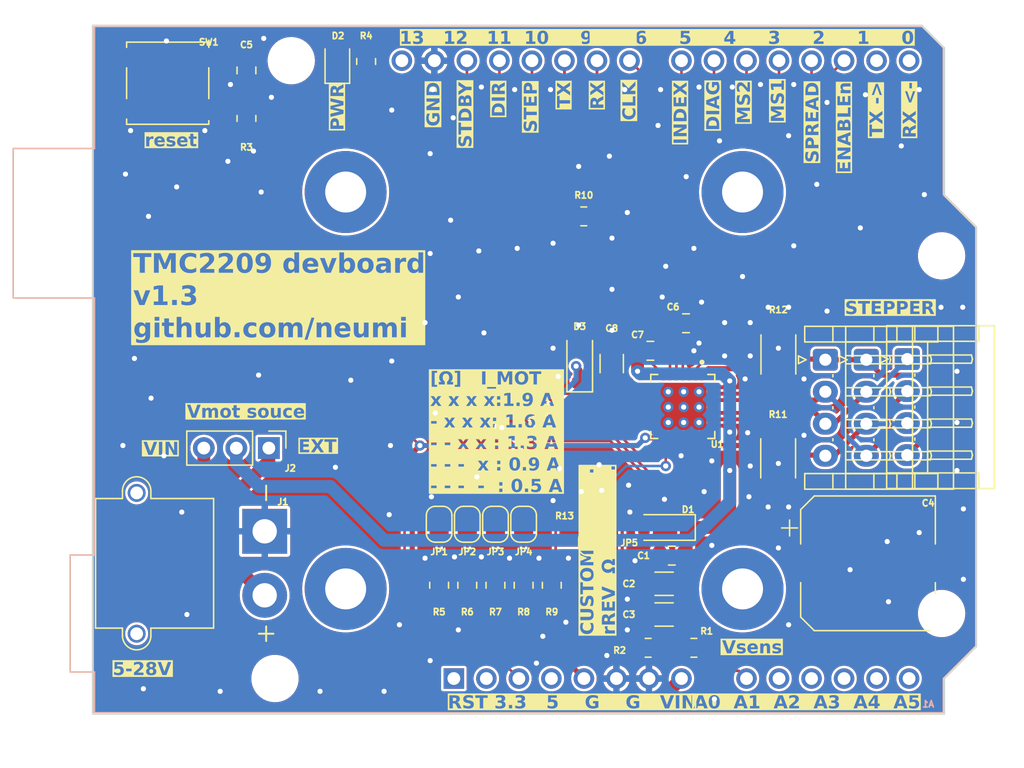
<source format=kicad_pcb>
(kicad_pcb (version 20221018) (generator pcbnew)
  (layers (0 "F.Cu" signal) (31 "B.Cu" signal) (34 "B.Paste" user) (35 "F.Paste" user) (36 "B.SilkS" user "B.Silkscreen") (37 "F.SilkS" user "F.Silkscreen") (38 "B.Mask" user) (39 "F.Mask" user) (44 "Edge.Cuts" user))
  (net 0 "")
  (net 3 "rst")
  (net 4 "+3V3")
  (net 5 "+5V")
  (net 6 "GND")
  (net 7 "Net-(A1-VIN)")
  (net 8 "MOT_INDEX")
  (net 16 "MOT_DIR")
  (net 17 "MOT_STEP")
  (net 18 "MOT_STANDBY")
  (net 19 "MOT_CLK")
  (net 20 "MOT_SPREAD")
  (net 21 "MOT_MS1")
  (net 22 "MOT_MS2")
  (net 23 "MOT_DIAG")
  (net 24 "MOT_ENABLE")
  (net 26 "Vdrive")
  (net 27 "+28V")
  (net 28 "Net-(U1-CPO)")
  (net 29 "Net-(JP1-A)")
  (net 30 "Net-(JP1-B)")
  (net 31 "Net-(JP2-B)")
  (net 32 "Net-(JP3-B)")
  (net 33 "Net-(JP4-B)")
  (net 34 "Net-(JP5-A)")
  (net 35 "MOT_UART_TX")
  (net 36 "MOT_UART_RX")
  (net 37 "Net-(U1-CPI)")
  (net 38 "Net-(U1-VCP)")
  (net 39 "voltage_detect")
  (net 40 "Net-(D3-K)")
  (net 41 "Net-(D2-A)")
  (net 42 "Net-(U1-BRA)")
  (net 43 "Net-(U1-BRB)")
  (net 44 "unconnected-(U1-EXP-Pad29)")
  (net 46 "OA1")
  (net 47 "OB1")
  (net 48 "OA2")
  (net 49 "OB2")
  (footprint "Resistor_SMD:R_0805_2012Metric" (layer "F.Cu") (at 63.6 24.8 90)
    (fp_text reference "R4")
    (fp_text value "R330" hide)
  )
  (footprint "Capacitor_SMD:C_0805_2012Metric" (layer "F.Cu") (at 87.475 63.4)
    (fp_text reference "C1")
    (fp_text value "C100nF" hide)
  )
  (footprint "Resistor_SMD:R_0805_2012Metric" (layer "F.Cu") (at 69.3 65.7125 90)
    (fp_text reference "R5")
    (fp_text value "R33k" hide)
  )
  (footprint "Resistor_SMD:R_0805_2012Metric" (layer "F.Cu") (at 89.2 70.6 180)
    (fp_text reference "R1")
    (fp_text value "R10k" hide)
  )
  (footprint "Jumper:SolderJumper-2_P1.3mm_Open_RoundedPad1.0x1.5mm" (layer "F.Cu") (at 71.5 60.95 -90)
    (fp_text reference "JP2")
    (fp_text value "Jumper" hide)
  )
  (footprint "Button_Switch_SMD:SW_Push_1P1T_NO_CK_KSC6xxJ" (layer "F.Cu") (at 48.1 26.5)
    (fp_text reference "SW1")
    (fp_text value "SW_Push" hide)
  )
  (footprint "Capacitor_SMD:CP_Elec_10x10" (layer "F.Cu") (at 102.8 64)
    (fp_text reference "C4")
    (fp_text value "C_330uF" hide)
  )
  (footprint "Jumper:SolderJumper-2_P1.3mm_Bridged_RoundedPad1.0x1.5mm" (layer "F.Cu") (at 81.6 62.4 180)
    (fp_text reference "JP5")
    (fp_text value "SolderJumper_2_Bridged" hide)
  )
  (footprint "Jumper:SolderJumper-2_P1.3mm_Open_RoundedPad1.0x1.5mm" (layer "F.Cu") (at 69.3 60.95 -90)
    (fp_text reference "JP1")
    (fp_text value "Jumper" hide)
  )
  (footprint "Connector_PinHeader_2.54mm:PinHeader_1x03_P2.54mm_Vertical" (layer "F.Cu") (at 56 55 -90)
    (fp_text reference "J2")
    (fp_text value "Conn_01x03_Pin" hide)
  )
  (footprint "MountingHole:MountingHole_3.2mm_M3_Pad" (layer "F.Cu") (at 62 35)
    (fp_text reference "H1" hide)
    (fp_text value "MountingHole" hide)
  )
  (footprint "Resistor_SMD:R_0805_2012Metric" (layer "F.Cu") (at 78.1 65.7125 90)
    (fp_text reference "R9")
    (fp_text value "R33k" hide)
  )
  (footprint "Diode_SMD:D_SOD-123" (layer "F.Cu") (at 86.95 61.2 180)
    (fp_text reference "D1")
    (fp_text value "D_TVS_30V" hide)
  )
  (footprint "Resistor_SMD:R_0805_2012Metric" (layer "F.Cu") (at 81.7 60.2 180)
    (fp_text reference "R13")
    (fp_text value "R33k" hide)
  )
  (footprint "Resistor_SMD:R_0805_2012Metric" (layer "F.Cu") (at 54.25 29.25 90)
    (fp_text reference "R3")
    (fp_text value "R10k" hide)
  )
  (footprint "Capacitor_SMD:C_0805_2012Metric" (layer "F.Cu") (at 54.25 25.5 90)
    (fp_text reference "C5")
    (fp_text value "C100nF" hide)
  )
  (footprint "MountingHole:MountingHole_3.2mm_M3_Pad" (layer "F.Cu") (at 62 66)
    (fp_text reference "H4" hide)
    (fp_text value "MountingHole" hide)
  )
  (footprint "Capacitor_SMD:C_1206_3216Metric" (layer "F.Cu") (at 82.7825 48.4 90)
    (fp_text reference "C8")
    (fp_text value "C2.2-4.7uF ceramic" hide)
  )
  (footprint "Jumper:SolderJumper-2_P1.3mm_Open_RoundedPad1.0x1.5mm" (layer "F.Cu") (at 73.7 60.95 -90)
    (fp_text reference "JP3")
    (fp_text value "Jumper" hide)
  )
  (footprint "MountingHole:MountingHole_3.2mm_M3_Pad" (layer "F.Cu") (at 93 66)
    (fp_text reference "H3" hide)
    (fp_text value "MountingHole" hide)
  )
  (footprint "Resistor_SMD:R_0805_2012Metric" (layer "F.Cu") (at 80.6 36.9)
    (fp_text reference "R10")
    (fp_text value "R1k" hide)
  )
  (footprint "Capacitor_SMD:C_1206_3216Metric" (layer "F.Cu") (at 86.875 68 180)
    (fp_text reference "C3")
    (fp_text value "C4.7uF" hide)
  )
  (footprint "Connector_JST:JST_EH_S4B-EH_1x04_P2.50mm_Horizontal" (layer "F.Cu") (at 99.4675 48.1 -90)
    (fp_text reference "J5" hide)
    (fp_text value "motor_conn" hide)
  )
  (footprint "Resistor_SMD:R_2010_5025Metric" (layer "F.Cu") (at 95.8 47.6875 -90)
    (fp_text reference "R12")
    (fp_text value "R100mOHM" hide)
  )
  (footprint "Resistor_SMD:R_0805_2012Metric" (layer "F.Cu") (at 73.7 65.7125 90)
    (fp_text reference "R7")
    (fp_text value "R33k" hide)
  )
  (footprint "Resistor_SMD:R_0805_2012Metric" (layer "F.Cu") (at 71.5 65.7125 90)
    (fp_text reference "R6")
    (fp_text value "R33k" hide)
  )
  (footprint "Capacitor_SMD:C_0805_2012Metric" (layer "F.Cu") (at 88.5825 45.25)
    (fp_text reference "C6")
    (fp_text value "C22nF 50V" hide)
  )
  (footprint "components:QFN50P500X500X90-29N" (layer "F.Cu") (at 88.3325 51.75 -90)
    (fp_text reference "U1")
    (fp_text value "TMC2209-LA" hide)
  )
  (footprint "Capacitor_SMD:C_1206_3216Metric" (layer "F.Cu") (at 86.875 65.6 180)
    (fp_text reference "C2")
    (fp_text value "C10uF" hide)
  )
  (footprint "Capacitor_SMD:C_0805_2012Metric" (layer "F.Cu") (at 85.8 47.4 180)
    (fp_text reference "C7")
    (fp_text value "C100nF" hide)
  )
  (footprint "Connector_AMASS:AMASS_XT30PW-M_1x02_P2.50mm_Horizontal" (layer "F.Cu") (at 55.675 61.5 90)
    (fp_text reference "J1")
    (fp_text value "Conn_01x02_Male" hide)
  )
  (footprint "LED_SMD:LED_0805_2012Metric" (layer "F.Cu") (at 61.35 24.825 90)
    (fp_text reference "D2")
    (fp_text value "LED" hide)
  )
  (footprint "Resistor_SMD:R_0805_2012Metric" (layer "F.Cu") (at 75.9 65.7125 90)
    (fp_text reference "R8")
    (fp_text value "R33k" hide)
  )
  (footprint "Jumper:SolderJumper-2_P1.3mm_Open_RoundedPad1.0x1.5mm" (layer "F.Cu") (at 75.9 60.95 -90)
    (fp_text reference "JP4")
    (fp_text value "Jumper" hide)
  )
  (footprint "Connector_JST:JST_EH_S4B-EH_1x04_P2.50mm_Horizontal" (layer "F.Cu") (at 105.8675 48.05 -90)
    (fp_text reference "J4" hide)
    (fp_text value "motor_conn" hide)
  )
  (footprint "MountingHole:MountingHole_3.2mm_M3_Pad" (layer "F.Cu") (at 93 35)
    (fp_text reference "H2" hide)
    (fp_text value "MountingHole" hide)
  )
  (footprint "Diode_SMD:D_SOD-123" (layer "F.Cu") (at 80.2825 48.25 90)
    (fp_text reference "D3")
    (fp_text value "D_TVS_5V" hide)
  )
  (footprint "Resistor_SMD:R_0805_2012Metric" (layer "F.Cu") (at 85.625 70.6 180)
    (fp_text reference "R2")
    (fp_text value "R2k" hide)
  )
  (footprint "Resistor_SMD:R_2010_5025Metric" (layer "F.Cu") (at 95.7825 55.8 90)
    (fp_text reference "R11")
    (fp_text value "R100mOHM" hide)
  )
  (footprint "Connector_JST:JST_EH_S4B-EH_1x04_P2.50mm_Horizontal" (layer "F.Cu") (at 102.6675 48.1 -90)
    (fp_text reference "J6" hide)
    (fp_text value "motor_conn" hide)
  )
  (footprint "Module:Arduino_UNO_R2_WithMountingHoles" (layer "B.Cu") (at 70.45 73)
    (fp_text reference "A1")
    (fp_text value "Arduino_UNO_R2" hide)
  )
  (gr_line (start 108.75 35.25) (end 111.25 37.75) (stroke (width 0.15)) (layer "Edge.Cuts"))
  (gr_line (start 111.25 37.75) (end 111.25 70.5) (stroke (width 0.15)) (layer "Edge.Cuts"))
  (gr_line (start 111.25 70.5) (end 108.75 73) (stroke (width 0.15)) (layer "Edge.Cuts"))
  (gr_line (start 108.75 73) (end 108.75 75.75) (stroke (width 0.15)) (layer "Edge.Cuts"))
  (gr_line (start 42.25 22) (end 42.25 75.75) (stroke (width 0.15)) (layer "Edge.Cuts"))
  (gr_line (start 108.75 75.75) (end 42.25 75.75) (stroke (width 0.15)) (layer "Edge.Cuts"))
  (gr_line (start 108.75 23.75) (end 108.75 35.25) (stroke (width 0.15)) (layer "Edge.Cuts"))
  (gr_line (start 42.25 22) (end 107 22) (stroke (width 0.15)) (layer "Edge.Cuts"))
  (gr_line (start 107 22) (end 108.75 23.75) (stroke (width 0.15)) (layer "Edge.Cuts"))
  (gr_text "STEP" (at 77.1 26.4 90) (layer "F.SilkS" knockout) (effects (font (size 1 1) (thickness 0.25) bold) (justify right bottom)))
  (gr_text "13   12   11  10     9     8" (at 84.7 23.6) (layer "F.SilkS" knockout) (effects (font (size 1 1) (thickness 0.25) bold) (justify right bottom)))
  (gr_text "Vmot souce" (at 49.6 52.8) (layer "F.SilkS" knockout) (effects (font (size 1 1) (thickness 0.25) bold) (justify left bottom)))
  (gr_text "ENABLEn" (at 101.6 26.4 90) (layer "F.SilkS" knockout) (effects (font (size 1 1) (thickness 0.25) bold) (justify right bottom)))
  (gr_text "RX" (at 82.3 26.4 90) (layer "F.SilkS" knockout) (effects (font (size 1 1) (thickness 0.25) bold) (justify right bottom)))
  (gr_text "TX ->" (at 104.1 26.4 90) (layer "F.SilkS" knockout) (effects (font (size 1 1) (thickness 0.25) bold) (justify right bottom)))
  (gr_text "STDBY" (at 72 26.4 90) (layer "F.SilkS" knockout) (effects (font (size 1 1) (thickness 0.25) bold) (justify right bottom)))
  (gr_text "TX" (at 79.7 26.4 90) (layer "F.SilkS" knockout) (effects (font (size 1 1) (thickness 0.25) bold) (justify right bottom)))
  (gr_text "5-28V" (at 43.8 72.9) (layer "F.SilkS" knockout) (effects (font (size 1 1) (thickness 0.25) bold) (justify left bottom)))
  (gr_text "reset" (at 46.3 31.6) (layer "F.SilkS" knockout) (effects (font (size 1 1) (thickness 0.25) bold) (justify left bottom)))
  (gr_text "Vsens" (at 91.4 71.2) (layer "F.SilkS" knockout) (effects (font (size 1 1) (thickness 0.25) bold) (justify left bottom)))
  (gr_text "GND" (at 69.5 26.4 90) (layer "F.SilkS" knockout) (effects (font (size 1 1) (thickness 0.25) bold) (justify right bottom)))
  (gr_text "MS2" (at 93.75 26.3 90) (layer "F.SilkS" knockout) (effects (font (size 1 1) (thickness 0.25) bold) (justify right bottom)))
  (gr_text "CLK" (at 84.8 26.4 90) (layer "F.SilkS" knockout) (effects (font (size 1 1) (thickness 0.25) bold) (justify right bottom)))
  (gr_text "RX <-" (at 106.7 26.4 90) (layer "F.SilkS" knockout) (effects (font (size 1 1) (thickness 0.25) bold) (justify right bottom)))
  (gr_text "INDEX" (at 88.8 26.4 90) (layer "F.SilkS" knockout) (effects (font (size 1 1) (thickness 0.25) bold) (justify right bottom)))
  (gr_text "[Ω]   I_MOT \nx x x x:1.9 A\n- x x x: 1.6 A\n- - x x : 1.3 A\n- - -  x : 0.9 A\n- - -  -  : 0.5 A" (at 68.6 58.6) (layer "F.SilkS" knockout) (effects (font (size 1 1) (thickness 0.25) bold) (justify left bottom)))
  (gr_text "DIR" (at 74.6 26.4 90) (layer "F.SilkS" knockout) (effects (font (size 1 1) (thickness 0.25) bold) (justify right bottom)))
  (gr_text "DIAG" (at 91.35 26.3 90) (layer "F.SilkS" knockout) (effects (font (size 1 1) (thickness 0.25) bold) (justify right bottom)))
  (gr_text "CUSTOM            .\nrREV  Ω              ." (at 83.2 69.6 90) (layer "F.SilkS" knockout) (effects (font (size 1 1) (thickness 0.25) bold) (justify left bottom)))
  (gr_text "RST 3.3   5    G    G   VIN" (at 89.4 75.5) (layer "F.SilkS" knockout) (effects (font (size 1 1.03) (thickness 0.25) bold) (justify right bottom)))
  (gr_text "MS1" (at 96.4 26.2 90) (layer "F.SilkS" knockout) (effects (font (size 1 1) (thickness 0.25) bold) (justify right bottom)))
  (gr_text "TMC2209 devboard\nv1.3\ngithub.com/neumi" (at 45.4 46.6) (layer "F.SilkS" knockout) (effects (font (size 1.5 1.5) (thickness 0.3) bold) (justify left bottom)))
  (gr_text "SPREAD" (at 99.1 26.4 90) (layer "F.SilkS" knockout) (effects (font (size 1 1) (thickness 0.25) bold) (justify right bottom)))
  (gr_text "VIN" (at 46.2 55.7) (layer "F.SilkS" knockout) (effects (font (size 1 1) (thickness 0.25) bold) (justify left bottom)))
  (gr_text "PWR" (at 62 30.2 90) (layer "F.SilkS" knockout) (effects (font (size 1 1) (thickness 0.25) bold) (justify left bottom)))
  (gr_text "A0  A1  A2  A3  A4  A5" (at 106.9 75.5) (layer "F.SilkS" knockout) (effects (font (size 1 1.03) (thickness 0.25) bold) (justify right bottom)))
  (gr_text "7     6     5     4     3     2     1     0" (at 106.4 23.6) (layer "F.SilkS" knockout) (effects (font (size 1 1.02) (thickness 0.25) bold) (justify right bottom)))
  (gr_text "EXT" (at 58.3 55.5) (layer "F.SilkS" knockout) (effects (font (size 1 1) (thickness 0.25) bold) (justify left bottom)))
  (gr_text "STEPPER" (at 101 44.7) (layer "F.SilkS" knockout) (effects (font (size 1 1) (thickness 0.25) bold) (justify left bottom)))
  (segment (start 53 30.6) (end 53.4 31) (width 0.2) (layer "F.Cu") (net 3))
  (segment (start 55.275 27.3125) (end 54.25 28.3375) (width 0.2) (layer "F.Cu") (net 3))
  (segment (start 73.83 71.3) (end 75.53 73) (width 0.2) (layer "F.Cu") (net 3))
  (segment (start 53 29.5875) (end 53 30.6) (width 0.2) (layer "F.Cu") (net 3))
  (segment (start 53.4 31) (end 55 31) (width 0.2) (layer "F.Cu") (net 3))
  (segment (start 65.1625 30.5625) (end 66.6 32) (width 0.2) (layer "F.Cu") (net 3))
  (segment (start 55 31) (end 55.4375 30.5625) (width 0.2) (layer "F.Cu") (net 3))
  (segment (start 69.68995 71.3) (end 73.83 71.3) (width 0.2) (layer "F.Cu") (net 3))
  (segment (start 66.6 32) (end 66.6 68.21005) (width 0.2) (layer "F.Cu") (net 3))
  (segment (start 54.25 28.3375) (end 53 29.5875) (width 0.2) (layer "F.Cu") (net 3))
  (segment (start 55.4375 30.5625) (end 65.1625 30.5625) (width 0.2) (layer "F.Cu") (net 3))
  (segment (start 66.6 68.21005) (end 69.68995 71.3) (width 0.2) (layer "F.Cu") (net 3))
  (segment (start 55.275 25.575) (end 55.275 27.3125) (width 0.2) (layer "F.Cu") (net 3))
  (segment (start 51 24.5) (end 54.2 24.5) (width 0.2) (layer "F.Cu") (net 3))
  (segment (start 54.2 24.5) (end 54.25 24.55) (width 0.2) (layer "F.Cu") (net 3))
  (segment (start 45.2 24.5) (end 51 24.5) (width 0.2) (layer "F.Cu") (net 3))
  (segment (start 54.25 24.55) (end 55.275 25.575) (width 0.2) (layer "F.Cu") (net 3))
  (segment (start 85.4 54.2) (end 86.7975 54.2) (width 0.4) (layer "F.Cu") (net 5))
  (segment (start 67.2 59.6) (end 67.2 58.9) (width 0.4) (layer "F.Cu") (net 5))
  (segment (start 54.25 30.1625) (end 65.3625 30.1625) (width 0.2) (layer "F.Cu") (net 5))
  (segment (start 65.3625 30.1625) (end 65.9 30.7) (width 0.2) (layer "F.Cu") (net 5))
  (segment (start 67 54) (end 67.8 54.8) (width 0.2) (layer "F.Cu") (net 5))
  (segment (start 63.6 29.8) (end 63.6 25.7125) (width 0.2) (layer "F.Cu") (net 5))
  (segment (start 65.9 30.7) (end 67 31.8) (width 0.2) (layer "F.Cu") (net 5))
  (segment (start 78.41 70.8) (end 70.2 70.8) (width 0.4) (layer "F.Cu") (net 5))
  (segment (start 63.6 30.1) (end 63.6 29.8) (width 0.2) (layer "F.Cu") (net 5))
  (segment (start 65.8 30.6) (end 65.9 30.7) (width 0.2) (layer "F.Cu") (net 5))
  (segment (start 67.2 55.4) (end 67.8 54.8) (width 0.4) (layer "F.Cu") (net 5))
  (segment (start 67.2 59.6) (end 67.2 55.4) (width 0.4) (layer "F.Cu") (net 5))
  (segment (start 54.6875 30.6) (end 54.25 30.1625) (width 0.2) (layer "F.Cu") (net 5))
  (segment (start 80.61 73) (end 78.41 70.8) (width 0.4) (layer "F.Cu") (net 5))
  (segment (start 67.4 55.2) (end 67.8 54.8) (width 0.4) (layer "F.Cu") (net 5))
  (segment (start 67 31.8) (end 67 54) (width 0.2) (layer "F.Cu") (net 5))
  (segment (start 67.2 67.8) (end 67.2 59.6) (width 0.4) (layer "F.Cu") (net 5))
  (segment (start 70.2 70.8) (end 67.2 67.8) (width 0.4) (layer "F.Cu") (net 5))
  (via (at 85.4 54.2) (size 0.8) (drill 0.4) (layers "F.Cu" "B.Cu") (net 5))
  (via (at 67.8 54.8) (size 0.8) (drill 0.4) (layers "F.Cu" "B.Cu") (net 5))
  (segment (start 67.8 54.8) (end 84.8 54.8) (width 0.4) (layer "B.Cu") (net 5))
  (segment (start 84.8 54.8) (end 85.4 54.2) (width 0.4) (layer "B.Cu") (net 5))
  (via (at 109.75 53) (size 0.8) (drill 0.4) (layers "F.Cu" "B.Cu") (net 6))
  (via (at 68.7 58.8) (size 0.8) (drill 0.4) (layers "F.Cu" "B.Cu") (net 6))
  (via (at 60 74) (size 0.8) (drill 0.4) (layers "F.Cu" "B.Cu") (net 6))
  (via (at 97 26.6) (size 0.8) (drill 0.4) (layers "F.Cu" "B.Cu") (net 6))
  (via (at 82.8 42.6) (size 0.8) (drill 0.4) (layers "F.Cu" "B.Cu") (net 6))
  (via (at 109.75 49) (size 0.8) (drill 0.4) (layers "F.Cu" "B.Cu") (net 6))
  (via (at 80.2 33) (size 0.8) (drill 0.4) (layers "F.Cu" "B.Cu") (net 6))
  (via (at 68.6 39.8) (size 0.8) (drill 0.4) (layers "F.Cu" "B.Cu") (net 6))
  (via (at 95.8 62.8) (size 0.8) (drill 0.4) (layers "F.Cu" "B.Cu") (net 6))
  (via (at 86.725 43.2) (size 0.8) (drill 0.4) (layers "F.Cu" "B.Cu") (net 6))
  (via (at 96.6 30.6) (size 0.8) (drill 0.4) (layers "F.Cu" "B.Cu") (net 6))
  (via (at 68.6 32) (size 0.8) (drill 0.4) (layers "F.Cu" "B.Cu") (net 6))
  (via (at 84 36.6) (size 0.8) (drill 0.4) (layers "F.Cu" "B.Cu") (net 6))
  (via (at 72.6 63.5) (size 0.8) (drill 0.4) (layers "F.Cu" "B.Cu") (net 6))
  (via (at 82.4 71.2) (size 0.8) (drill 0.4) (layers "F.Cu" "B.Cu") (net 6))
  (via (at 52.8 32.6) (size 0.8) (drill 0.4) (layers "F.Cu" "B.Cu") (net 6))
  (via (at 47.8 55.6) (size 0.8) (drill 0.4) (layers "F.Cu" "B.Cu") (net 6))
  (via (at 90 58.4) (size 0.8) (drill 0.4) (layers "F.Cu" "B.Cu") (net 6))
  (via (at 97.8 49.6) (size 0.8) (drill 0.4) (layers "F.Cu" "B.Cu") (net 6))
  (via (at 44.6 54.8) (size 0.8) (drill 0.4) (layers "F.Cu" "B.Cu") (net 6))
  (via (at 68.2 63.6) (size 0.8) (drill 0.4) (layers "F.Cu" "B.Cu") (net 6))
  (via (at 75.2 27) (size 0.8) (drill 0.4) (layers "F.Cu" "B.Cu") (net 6))
  (via (at 70.2 37.2) (size 0.8) (drill 0.4) (layers "F.Cu" "B.Cu") (net 6))
  (via (at 93 41.6) (size 0.8) (drill 0.4) (layers "F.Cu" "B.Cu") (net 6))
  (via (at 84.2 60) (size 0.8) (drill 0.4) (layers "F.Cu" "B.Cu") (net 6))
  (via (at 45.2 30.2) (size 0.8) (drill 0.4) (layers "F.Cu" "B.Cu") (net 6))
  (via (at 55.2 49.3) (size 0.8) (drill 0.4) (layers "F.Cu" "B.Cu") (net 6))
  (via (at 45.5 48) (size 0.8) (drill 0.4) (layers "F.Cu" "B.Cu") (net 6))
  (via (at 91.2 31) (size 0.8) (drill 0.4) (layers "F.Cu" "B.Cu") (net 6))
  (via (at 78.2 47.2) (size 0.8) (drill 0.4) (layers "F.Cu" "B.Cu") (net 6))
  (via (at 72.8 46) (size 0.8) (drill 0.4) (layers "F.Cu" "B.Cu") (net 6))
  (via (at 84.1 57.9) (size 0.8) (drill 0.4) (layers "F.Cu" "B.Cu") (net 6))
  (via (at 81.8 56.3) (size 0.8) (drill 0.4) (layers "F.Cu" "B.Cu") (net 6))
  (via (at 93.2 49.6) (size 0.8) (drill 0.4) (layers "F.Cu" "B.Cu") (net 6))
  (via (at 98.8 34.4) (size 0.8) (drill 0.4) (layers "F.Cu" "B.Cu") (net 6))
  (via (at 93.6 45.2) (size 0.8) (drill 0.4) (layers "F.Cu" "B.Cu") (net 6))
  (via (at 90.6 56) (size 0.8) (drill 0.4) (layers "F.Cu" "B.Cu") (net 6))
  (via (at 77.1 63.6) (size 0.8) (drill 0.4) (layers "F.Cu" "B.Cu") (net 6))
  (via (at 70.5 63.5) (size 0.8) (drill 0.4) (layers "F.Cu" "B.Cu") (net 6))
  (via (at 72.25 57.25) (size 0.8) (drill 0.4) (layers "F.Cu" "B.Cu") (net 6))
  (via (at 61.2 56.5) (size 0.8) (drill 0.4) (layers "F.Cu" "B.Cu") (net 6))
  (via (at 78 27) (size 0.8) (drill 0.4) (layers "F.Cu" "B.Cu") (net 6))
  (via (at 70.8 69.2) (size 0.8) (drill 0.4) (layers "F.Cu" "B.Cu") (net 6))
  (via (at 96.6 68.8) (size 0.8) (drill 0.4) (layers "F.Cu" "B.Cu") (net 6))
  (via (at 88.6 33.8) (size 0.8) (drill 0.4) (layers "F.Cu" "B.Cu") (net 6))
  (via (at 46.8 51.1) (size 0.8) (drill 0.4) (layers "F.Cu" "B.Cu") (net 6))
  (via (at 91.6 47.8) (size 0.8) (drill 0.4) (layers "F.Cu" "B.Cu") (net 6))
  (via (at 65.6 28.6) (size 0.8) (drill 0.4) (layers "F.Cu" "B.Cu") (net 6))
  (via (at 75.4 39.4) (size 0.8) (drill 0.4) (layers "F.Cu" "B.Cu") (net 6))
  (via (at 90.6 62.6) (size 0.8) (drill 0.4) (layers "F.Cu" "B.Cu") (net 6))
  (via (at 52.2 74) (size 0.8) (drill 0.4) (layers "F.Cu" "B.Cu") (net 6))
  (via (at 97 39.2) (size 0.8) (drill 0.4) (layers "F.Cu" "B.Cu") (net 6))
  (via (at 96.6 59.6) (size 0.8) (drill 0.4) (layers "F.Cu" "B.Cu") (net 6))
  (via (at 93.6 56.4) (size 0.8) (drill 0.4) (layers "F.Cu" "B.Cu") (net 6))
  (via (at 86.4 29.8) (size 0.8) (drill 0.4) (layers "F.Cu" "B.Cu") (net 6))
  (via (at 49.2 60) (size 0.8) (drill 0.4) (layers "F.Cu" "B.Cu") (net 6))
  (via (at 83.8 27) (size 0.8) (drill 0.4) (layers "F.Cu" "B.Cu") (net 6))
  (via (at 53 26.6) (size 0.8) (drill 0.4) (layers "F.Cu" "B.Cu") (net 6))
  (via (at 72.6 26.8) (size 0.8) (drill 0.4) (layers "F.Cu" "B.Cu") (net 6))
  (via (at 78.7 56.6) (size 0.8) (drill 0.4) (layers "F.Cu" "B.Cu") (net 6))
  (via (at 78.2 59.1) (size 0.8) (drill 0.4) (layers "F.Cu" "B.Cu") (net 6))
  (via (at 102.2 37.8) (size 0.8) (drill 0.4) (layers "F.Cu" "B.Cu") (net 6))
  (via (at 89.2 47.4) (size 0.8) (drill 0.4) (layers "F.Cu" "B.Cu") (net 6))
  (via (at 95.8 56.2) (size 0.8) (drill 0.4) (layers "F.Cu" "B.Cu") (net 6))
  (via (at 74.8 63.6) (size 0.8) (drill 0.4) (layers "F.Cu" "B.Cu") (net 6))
  (via (at 79.2 68.6) (size 0.8) (drill 0.4) (layers "F.Cu" "B.Cu") (net 6))
  (via (at 91.6 45.2) (size 0.8) (drill 0.4) (layers "F.Cu" "B.Cu") (net 6))
  (via (at 51 30.2) (size 0.8) (drill 0.4) (layers "F.Cu" "B.Cu") (net 6))
  (via (at 68.8 27) (size 0.8) (drill 0.4) (layers "F.Cu" "B.Cu") (net 6))
  (via (at 89.8 43.6) (size 0.8) (drill 0.4) (layers "F.Cu" "B.Cu") (net 6))
  (via (at 69 52.25) (size 0.8) (drill 0.4) (layers "F.Cu" "B.Cu") (net 6))
  (via (at 82.8 45.8) (size 0.8) (drill 0.4) (layers "F.Cu" "B.Cu") (net 6))
  (via (at 70.4 29.2) (size 0.8) (drill 0.4) (layers "F.Cu" "B.Cu") (net 6))
  (via (at 105.4 31.4) (size 0.8) (drill 0.4) (layers "F.Cu" "B.Cu") (net 6))
  (via (at 55.4 35) (size 0.8) (drill 0.4) (layers "F.Cu" "B.Cu") (net 6))
  (via (at 82.8 38.6) (size 0.8) (drill 0.4) (layers "F.Cu" "B.Cu") (net 6))
  (via (at 89.2 39.4) (size 0.8) (drill 0.4) (layers "F.Cu" "B.Cu") (net 6))
  (via (at 84 66.8) (size 0.8) (drill 0.4) (layers "F.Cu" "B.Cu") (net 6))
  (via (at 104.3 62.3) (size 0.8) (drill 0.4) (layers "F.Cu" "B.Cu") (net 6))
  (via (at 93.5 58.8) (size 0.8) (drill 0.4) (layers "F.Cu" "B.Cu") (net 6))
  (via (at 93.4 53.8) (size 0.8) (drill 0.4) (layers "F.Cu" "B.Cu") (net 6))
  (via (at 89.6 26.8) (size 0.8) (drill 0.4) (layers "F.Cu" "B.Cu") (net 6))
  (via (at 65.6 48.2) (size 0.8) (drill 0.4) (layers "F.Cu" "B.Cu") (net 6))
  (via (at 99.6 28) (size 0.8) (drill 0.4) (layers "F.Cu" "B.Cu") (net 6))
  (via (at 65.4 60.2) (size 0.8) (drill 0.4) (layers "F.Cu" "B.Cu") (net 6))
  (via (at 110.25 59.75) (size 0.8) (drill 0.4) (layers "F.Cu" "B.Cu") (net 6))
  (via (at 72.4 39.6) (size 0.8) (drill 0.4) (layers "F.Cu" "B.Cu") (net 6))
  (via (at 104.4 67) (size 0.8) (drill 0.4) (layers "F.Cu" "B.Cu") (net 6))
  (via (at 56.2 27.6) (size 0.8) (drill 0.4) (layers "F.Cu" "B.Cu") (net 6))
  (via (at 82.6 32.2) (size 0.8) (drill 0.4) (layers "F.Cu" "B.Cu") (net 6))
  (via (at 109.75 56.75) (size 0.8) (drill 0.4) (layers "F.Cu" "B.Cu") (net 6))
  (via (at 66.2 68.8) (size 0.8) (drill 0.4) (layers "F.Cu" "B.Cu") (net 6))
  (via (at 46.2 73.8) (size 0.8) (drill 0.4) (layers "F.Cu" "B.Cu") (net 6))
  (via (at 78.6 49.4) (size 0.8) (drill 0.4) (layers "F.Cu" "B.Cu") (net 6))
  (via (at 46.6 36.9) (size 0.8) (drill 0.4) (layers "F.Cu" "B.Cu") (net 6))
  (via (at 65.5 54.8) (size 0.8) (drill 0.4) (layers "F.Cu" "B.Cu") (net 6))
  (via (at 78.2 39) (size 0.8) (drill 0.4) (layers "F.Cu" "B.Cu") (net 6))
  (via (at 106.8 27) (size 0.8) (drill 0.4) (layers "F.Cu" "B.Cu") (net 6))
  (via (at 79.4 63.6) (size 0.8) (drill 0.4) (layers "F.Cu" "B.Cu") (net 6))
  (via (at 94.4 26.6) (size 0.8) (drill 0.4) (layers "F.Cu" "B.Cu") (net 6))
  (via (at 95.8 47.2) (size 0.8) (drill 0.4) (layers "F.Cu" "B.Cu") (net 6))
  (via (at 101.4 64.5) (size 0.8) (drill 0.4) (layers "F.Cu" "B.Cu") (net 6))
  (via (at 86.6 27) (size 0.8) (drill 0.4) (layers "F.Cu" "B.Cu") (net 6))
  (via (at 107.2 35.2) (size 0.8) (drill 0.4) (layers "F.Cu" "B.Cu") (net 6))
  (via (at 68.2 45.2) (size 0.8) (drill 0.4) (layers "F.Cu" "B.Cu") (net 6))
  (via (at 92.2 26.8) (size 0.8) (drill 0.4) (layers "F.Cu" "B.Cu") (net 6))
  (via (at 102.6 27.4) (size 0.8) (drill 0.4) (layers "F.Cu" "B.Cu") (net 6))
  (via (at 70.8 43.2) (size 0.8) (drill 0.4) (layers "F.Cu" "B.Cu") (net 6))
  (via (at 99.6 44.3) (size 0.8) (drill 0.4) (layers "F.Cu" "B.Cu") (net 6))
  (via (at 54.8 31.8) (size 0.8) (drill 0.4) (layers "F.Cu" "B.Cu") (net 6))
  (via (at 87 40.8) (size 0.8) (drill 0.4) (layers "F.Cu" "B.Cu") (net 6))
  (via (at 77.4 69.7) (size 0.8) (drill 0.4) (layers "F.Cu" "B.Cu") (net 6))
  (via (at 93.6 47.8) (size 0.8) (drill 0.4) (layers "F.Cu" "B.Cu") (net 6))
  (via (at 86.9 59) (size 0.8) (drill 0.4) (layers "F.Cu" "B.Cu") (net 6))
  (via (at 76.9 71.8) (size 0.8) (drill 0.4) (layers "F.Cu" "B.Cu") (net 6))
  (via (at 90.8 74.6) (size 0.8) (drill 0.4) (layers "F.Cu" "B.Cu") (net 6))
  (via (at 80.2 45.4) (size 0.8) (drill 0.4) (layers "F.Cu" "B.Cu") (net 6))
  (via (at 106.8 61.6) (size 0.8) (drill 0.4) (layers "F.Cu" "B.Cu") (net 6))
  (via (at 89.6 46.8) (size 0.8) (drill 0.4) (layers "F.Cu" "B.Cu") (net 6))
  (via (at 49.6 68) (size 0.8) (drill 0.4) (layers "F.Cu" "B.Cu") (net 6))
  (via (at 68.6 71.6) (size 0.8) (drill 0.4) (layers "F.Cu" "B.Cu") (net 6))
  (via (at 84.6 63.8) (size 0.8) (drill 0.4) (layers "F.Cu" "B.Cu") (net 6))
  (via (at 62.4 49.7) (size 0.8) (drill 0.4) (layers "F.Cu" "B.Cu") (net 6))
  (via (at 48.8 34.6) (size 0.8) (drill 0.4) (layers "F.Cu" "B.Cu") (net 6))
  (via (at 96.6 44) (size 0.8) (drill 0.4) (layers "F.Cu" "B.Cu") (net 6))
  (via (at 95 44) (size 0.8) (drill 0.4) (layers "F.Cu" "B.Cu") (net 6))
  (via (at 110.2 44) (size 0.8) (drill 0.4) (layers "F.Cu" "B.Cu") (net 6))
  (via (at 80.4 58.4) (size 0.8) (drill 0.4) (layers "F.Cu" "B.Cu") (net 6))
  (via (at 97.8 54) (size 0.8) (drill 0.4) (layers "F.Cu" "B.Cu") (net 6))
  (via (at 44.8 33.6) (size 0.8) (drill 0.4) (layers "F.Cu" "B.Cu") (net 6))
  (via (at 65 74) (size 0.8) (drill 0.4) (layers "F.Cu" "B.Cu") (net 6))
  (via (at 55.6 23) (size 0.8) (drill 0.4) (layers "F.Cu" "B.Cu") (net 6))
  (via (at 108.5 44) (size 0.8) (drill 0.4) (layers "F.Cu" "B.Cu") (net 6))
  (via (at 95 59.6) (size 0.8) (drill 0.4) (layers "F.Cu" "B.Cu") (net 6))
  (via (at 110.25 65.25) (size 0.8) (drill 0.4) (layers "F.Cu" "B.Cu") (net 6))
  (via (at 48 23.2) (size 0.8) (drill 0.4) (layers "F.Cu" "B.Cu") (net 6))
  (via (at 88.2 55.6) (size 0.8) (drill 0.4) (layers "F.Cu" "B.Cu") (net 6))
  (via (at 84 69.2) (size 0.8) (drill 0.4) (layers "F.Cu" "B.Cu") (net 6))
  (segment (start 50.92 65.92) (end 50.92 55) (width 1) (layer "F.Cu") (net 7))
  (segment (start 68.25 74.5) (end 65.25 71.5) (width 1) (layer "F.Cu") (net 7))
  (segment (start 58 70) (end 55 70) (width 1) (layer "F.Cu") (net 7))
  (segment (start 65.25 71.5) (end 59.5 71.5) (width 1) (layer "F.Cu") (net 7))
  (segment (start 55 70) (end 50.92 65.92) (width 1) (layer "F.Cu") (net 7))
  (segment (start 86.73 74.5) (end 68.25 74.5) (width 1) (layer "F.Cu") (net 7))
  (segment (start 59.5 71.5) (end 58 70) (width 1) (layer "F.Cu") (net 7))
  (segment (start 88.23 73) (end 86.73 74.5) (width 1) (layer "F.Cu") (net 7))
  (segment (start 85.369999 32.260001) (end 85.369999 38.395687) (width 0.2) (layer "F.Cu") (net 8))
  (segment (start 76 50.515686) (end 77.734314 52.25) (width 0.2) (layer "F.Cu") (net 8))
  (segment (start 77.734314 52.25) (end 85.8825 52.25) (width 0.2) (layer "F.Cu") (net 8))
  (segment (start 76 44.8) (end 76 50.515686) (width 0.2) (layer "F.Cu") (net 8))
  (segment (start 80.682843 40.117157) (end 76 44.8) (width 0.2) (layer "F.Cu") (net 8))
  (segment (start 88.23 29.4) (end 85.369999 32.260001) (width 0.2) (layer "F.Cu") (net 8))
  (segment (start 85.369999 38.395687) (end 83.648529 40.117157) (width 0.2) (layer "F.Cu") (net 8))
  (segment (start 88.23 24.74) (end 88.23 29.4) (width 0.2) (layer "F.Cu") (net 8))
  (segment (start 83.648529 40.117157) (end 80.682843 40.117157) (width 0.2) (layer "F.Cu") (net 8))
  (segment (start 75.910786 52.689214) (end 77.271572 54.05) (width 0.2) (layer "F.Cu") (net 16))
  (segment (start 88.8325 55.24255) (end 88.8325 54.2) (width 0.2) (layer "F.Cu") (net 16))
  (segment (start 75.910786 52.689214) (end 74.4 51.178428) (width 0.2) (layer "F.Cu") (net 16))
  (segment (start 89 55.8) (end 89 55.41005) (width 0.2) (layer "F.Cu") (net 16))
  (segment (start 82.85 54.05) (end 86.2 57.4) (width 0.2) (layer "F.Cu") (net 16))
  (segment (start 74.01 43.61) (end 74.01 24.74) (width 0.2) (layer "F.Cu") (net 16))
  (segment (start 87.4 57.4) (end 89 55.8) (width 0.2) (layer "F.Cu") (net 16))
  (segment (start 77.271572 54.05) (end 82.85 54.05) (width 0.2) (layer "F.Cu") (net 16))
  (segment (start 89 55.41005) (end 88.8325 55.24255) (width 0.2) (layer "F.Cu") (net 16))
  (segment (start 74.4 51.178428) (end 74.4 44) (width 0.2) (layer "F.Cu") (net 16))
  (segment (start 86.2 57.4) (end 87.4 57.4) (width 0.2) (layer "F.Cu") (net 16))
  (segment (start 75.910785 52.689214) (end 75.910786 52.689214) (width 0.2) (layer "F.Cu") (net 16))
  (segment (start 74.4 44) (end 74.01 43.61) (width 0.2) (layer "F.Cu") (net 16))
  (segment (start 87.3325 54.659519) (end 87.3325 54.2) (width 0.2) (layer "F.Cu") (net 17))
  (segment (start 77.437257 53.65) (end 83.05 53.65) (width 0.2) (layer "F.Cu") (net 17))
  (segment (start 74.8 51.012743) (end 77.437257 53.65) (width 0.2) (layer "F.Cu") (net 17))
  (segment (start 76.55 42.518628) (end 74.8 44.268628) (width 0.2) (layer "F.Cu") (net 17))
  (segment (start 74.8 44.268628) (end 74.8 51.012743) (width 0.2) (layer "F.Cu") (net 17))
  (segment (start 85 55.6) (end 86.392019 55.6) (width 0.2) (layer "F.Cu") (net 17))
  (segment (start 83.05 53.65) (end 85 55.6) (width 0.2) (layer "F.Cu") (net 17))
  (segment (start 76.55 24.74) (end 76.55 42.518628) (width 0.2) (layer "F.Cu") (net 17))
  (segment (start 86.392019 55.6) (end 87.3325 54.659519) (width 0.2) (layer "F.Cu") (net 17))
  (segment (start 89.3325 54.659519) (end 89.3325 54.2) (width 0.2) (layer "F.Cu") (net 18))
  (segment (start 84.917157 56.682843) (end 86.034315 57.8) (width 0.2) (layer "F.Cu") (net 18))
  (segment (start 86.034315 57.8) (end 88.4 57.8) (width 0.2) (layer "F.Cu") (net 18))
  (segment (start 76.127943 53.472057) (end 77.105887 54.45) (width 0.2) (layer "F.Cu") (net 18))
  (segment (start 82.4 54.45) (end 82.684314 54.45) (width 0.2) (layer "F.Cu") (net 18))
  (segment (start 88.4 57.8) (end 89.8 56.4) (width 0.2) (layer "F.Cu") (net 18))
  (segment (start 74 44.4) (end 74 51.344114) (width 0.2) (layer "F.Cu") (net 18))
  (segment (start 89.3675 54.235) (end 89.3675 54.442107) (width 0.2) (layer "F.Cu") (net 18))
  (segment (start 89.8 55.127019) (end 89.3325 54.659519) (width 0.2) (layer "F.Cu") (net 18))
  (segment (start 74 51.344114) (end 76.127943 53.472057) (width 0.2) (layer "F.Cu") (net 18))
  (segment (start 89.8 56.4) (end 89.8 55.127019) (width 0.2) (layer "F.Cu") (net 18))
  (segment (start 89.3325 54.2) (end 89.3675 54.235) (width 0.2) (layer "F.Cu") (net 18))
  (segment (start 71.47 41.87) (end 74 44.4) (width 0.2) (layer "F.Cu") (net 18))
  (segment (start 82.684314 54.45) (end 84.917157 56.682843) (width 0.2) (layer "F.Cu") (net 18))
  (segment (start 77.105887 54.45) (end 82.4 54.45) (width 0.2) (layer "F.Cu") (net 18))
  (segment (start 71.47 24.74) (end 71.47 41.87) (width 0.2) (layer "F.Cu") (net 18))
  (segment (start 77.668628 52.75) (end 75.6 50.681371) (width 0.2) (layer "F.Cu") (net 19))
  (segment (start 84.969999 38.230001) (end 84.969999 25.539999) (width 0.2) (layer "F.Cu") (net 19))
  (segment (start 84.969999 25.539999) (end 84.17 24.74) (width 0.2) (layer "F.Cu") (net 19))
  (segment (start 75.6 44.6) (end 80.482843 39.717157) (width 0.2) (layer "F.Cu") (net 19))
  (segment (start 80.482843 39.717157) (end 83.482843 39.717157) (width 0.2) (layer "F.Cu") (net 19))
  (segment (start 75.6 50.681371) (end 75.6 44.6) (width 0.2) (layer "F.Cu") (net 19))
  (segment (start 83.482843 39.717157) (end 84.969999 38.230001) (width 0.2) (layer "F.Cu") (net 19))
  (segment (start 85.8825 52.75) (end 77.668628 52.75) (width 0.2) (layer "F.Cu") (net 19))
  (segment (start 90.497058 29.4) (end 87.148529 32.748529) (width 0.2) (layer "F.Cu") (net 20))
  (segment (start 87.148529 38.8799) (end 85.8 40.228428) (width 0.2) (layer "F.Cu") (net 20))
  (segment (start 85.8 40.228428) (end 85.8 48.2675) (width 0.2) (layer "F.Cu") (net 20))
  (segment (start 98.39 24.74) (end 98.39 26.2) (width 0.2) (layer "F.Cu") (net 20))
  (segment (start 98.39 26.2) (end 95.19 29.4) (width 0.2) (layer "F.Cu") (net 20))
  (segment (start 95.19 29.4) (end 90.497058 29.4) (width 0.2) (layer "F.Cu") (net 20))
  (segment (start 87.148529 32.748529) (end 87.148529 38.8799) (width 0.2) (layer "F.Cu") (net 20))
  (segment (start 85.8 48.2675) (end 86.8325 49.3) (width 0.2) (layer "F.Cu") (net 20))
  (segment (start 78.15 50.75) (end 85.8825 50.75) (width 0.2) (layer "F.Cu") (net 21))
  (segment (start 94.45 29) (end 90.331372 29) (width 0.2) (layer "F.Cu") (net 21))
  (segment (start 77.2 49.8) (end 78.15 50.75) (width 0.2) (layer "F.Cu") (net 21))
  (segment (start 84.062743 41.4) (end 81.2 41.4) (width 0.2) (layer "F.Cu") (net 21))
  (segment (start 90.331372 29) (end 86.665686 32.665686) (width 0.2) (layer "F.Cu") (net 21))
  (segment (start 86.665686 32.665686) (end 86.665686 38.797057) (width 0.2) (layer "F.Cu") (net 21))
  (segment (start 95.85 24.74) (end 95.85 27.6) (width 0.2) (layer "F.Cu") (net 21))
  (segment (start 95.85 27.6) (end 94.45 29) (width 0.2) (layer "F.Cu") (net 21))
  (segment (start 86.665686 38.797057) (end 84.062743 41.4) (width 0.2) (layer "F.Cu") (net 21))
  (segment (start 77.2 45.4) (end 77.2 49.8) (width 0.2) (layer "F.Cu") (net 21))
  (segment (start 81.2 41.4) (end 77.2 45.4) (width 0.2) (layer "F.Cu") (net 21))
  (segment (start 76.8 45.234314) (end 81.117157 40.917157) (width 0.2) (layer "F.Cu") (net 22))
  (segment (start 76.8 50.05) (end 76.8 45.234314) (width 0.2) (layer "F.Cu") (net 22))
  (segment (start 92.4 28.6) (end 93.31 27.69) (width 0.2) (layer "F.Cu") (net 22))
  (segment (start 93.31 27.69) (end 93.31 24.74) (width 0.2) (layer "F.Cu") (net 22))
  (segment (start 83.979901 40.917157) (end 86.2 38.697058) (width 0.2) (layer "F.Cu") (net 22))
  (segment (start 78 51.25) (end 76.8 50.05) (width 0.2) (layer "F.Cu") (net 22))
  (segment (start 86.2 38.697058) (end 86.2 32.565686) (width 0.2) (layer "F.Cu") (net 22))
  (segment (start 81.117157 40.917157) (end 83.979901 40.917157) (width 0.2) (layer "F.Cu") (net 22))
  (segment (start 85.8825 51.25) (end 78 51.25) (width 0.2) (layer "F.Cu") (net 22))
  (segment (start 90.165686 28.6) (end 92.4 28.6) (width 0.2) (layer "F.Cu") (net 22))
  (segment (start 86.2 32.565686) (end 90.165686 28.6) (width 0.2) (layer "F.Cu") (net 22))
  (segment (start 76.4 50.35) (end 76.4 45.068629) (width 0.2) (layer "F.Cu") (net 23))
  (segment (start 85.8825 51.75) (end 77.8 51.75) (width 0.2) (layer "F.Cu") (net 23))
  (segment (start 80.951471 40.517157) (end 83.814215 40.517157) (width 0.2) (layer "F.Cu") (net 23))
  (segment (start 85.8 38.531372) (end 85.8 32.4) (width 0.2) (layer "F.Cu") (net 23))
  (segment (start 85.8 32.4) (end 90.77 27.43) (width 0.2) (layer "F.Cu") (net 23))
  (segment (start 83.814215 40.517157) (end 85.8 38.531372) (width 0.2) (layer "F.Cu") (net 23))
  (segment (start 76.4 45.068629) (end 80.951471 40.517157) (width 0.2) (layer "F.Cu") (net 23))
  (segment (start 90.77 27.43) (end 90.77 24.74) (width 0.2) (layer "F.Cu") (net 23))
  (segment (start 77.8 51.75) (end 76.4 50.35) (width 0.2) (layer "F.Cu") (net 23))
  (segment (start 90.662744 29.8) (end 95.87 29.8) (width 0.2) (layer "F.Cu") (net 24))
  (segment (start 87.548529 32.914215) (end 90.662744 29.8) (width 0.2) (layer "F.Cu") (net 24))
  (segment (start 89.3325 49.3) (end 89.3325 48.840481) (width 0.2) (layer "F.Cu") (net 24))
  (segment (start 90.6 43) (end 87.548529 39.948529) (width 0.2) (layer "F.Cu") (net 24))
  (segment (start 90.6 47.572981) (end 90.6 43) (width 0.2) (layer "F.Cu") (net 24))
  (segment (start 95.87 29.8) (end 100.93 24.74) (width 0.2) (layer "F.Cu") (net 24))
  (segment (start 87.548529 39.948529) (end 87.548529 32.914215) (width 0.2) (layer "F.Cu") (net 24))
  (segment (start 89.3325 48.840481) (end 90.6 47.572981) (width 0.2) (layer "F.Cu") (net 24))
  (segment (start 84.8 47.45) (end 84.85 47.4) (width 1) (layer "F.Cu") (net 26))
  (segment (start 92 60.2) (end 91 61.2) (width 1) (layer "F.Cu") (net 26))
  (segment (start 90.1125 69.7625) (end 90.1125 70.6) (width 1) (layer "F.Cu") (net 26))
  (segment (start 98.8 64) (end 98.737258 64) (width 2) (layer "F.Cu") (net 26))
  (segment (start 92 60.2) (end 93 61.2) (width 1) (layer "F.Cu") (net 26))
  (segment (start 91.5 53.25) (end 92 53.75) (width 0.3) (layer "F.Cu") (net 26))
  (segment (start 88.6 61.2) (end 88.6 63.225) (width 1) (layer "F.Cu") (net 26))
  (segment (start 91.5 50.25) (end 92 49.75) (width 0.3) (layer "F.Cu") (net 26))
  (segment (start 88.425 63.4) (end 88.425 65.525) (width 1) (layer "F.Cu") (net 26))
  (segment (start 90.7825 53.25) (end 91.5 53.25) (width 0.3) (layer "F.Cu") (net 26))
  (segment (start 88.35 68) (end 90.1125 69.7625) (width 1) (layer "F.Cu") (net 26))
  (segment (start 88.425 65.525) (end 88.35 65.6) (width 1) (layer "F.Cu") (net 26))
  (segment (start 88.35 65.6) (end 88.35 68) (width 1) (layer "F.Cu") (net 26))
  (segment (start 90.7825 50.25) (end 91.5 50.25) (width 0.3) (layer "F.Cu") (net 26))
  (segment (start 88.6 63.225) (end 88.425 63.4) (width 1) (layer "F.Cu") (net 26))
  (segment (start 91 61.2) (end 93 61.2) (width 1) (layer "F.Cu") (net 26))
  (segment (start 88.6 61.2) (end 91 61.2) (width 1) (layer "F.Cu") (net 26))
  (segment (start 96 61.2) (end 98.8 64) (width 1) (layer "F.Cu") (net 26))
  (segment (start 84.8 49) (end 84.8 47.45) (width 1) (layer "F.Cu") (net 26))
  (segment (start 93 61.2) (end 96 61.2) (width 1) (layer "F.Cu") (net 26))
  (segment (start 92 56.75) (end 92 60.2) (width 1) (layer "F.Cu") (net 26))
  (via (at 92 56.75) (size 0.8) (drill 0.4) (layers "F.Cu" "B.Cu") (net 26))
  (via (at 92 49.75) (size 0.8) (drill 0.4) (layers "F.Cu" "B.Cu") (net 26))
  (via (at 84.8 49) (size 0.8) (drill 0.4) (layers "F.Cu" "B.Cu") (net 26))
  (via (at 92 53.75) (size 0.8) (drill 0.4) (layers "F.Cu" "B.Cu") (net 26))
  (segment (start 89 62.2) (end 65 62.2) (width 1) (layer "B.Cu") (net 26))
  (segment (start 92 56) (end 92 56.75) (width 1) (layer "B.Cu") (net 26))
  (segment (start 92 59.2) (end 89 62.2) (width 1) (layer "B.Cu") (net 26))
  (segment (start 92 49.75) (end 92 56.75) (width 1) (layer "B.Cu") (net 26))
  (segment (start 91.45 49.2) (end 85 49.2) (width 1) (layer "B.Cu") (net 26))
  (segment (start 65 62.2) (end 62.55 59.75) (width 1) (layer "B.Cu") (net 26))
  (segment (start 55.257919 58) (end 53.46 56.202081) (width 1) (layer "B.Cu") (net 26))
  (segment (start 92 56.75) (end 92 59.2) (width 1) (layer "B.Cu") (net 26))
  (segment (start 62.55 59.75) (end 60.8 58) (width 1) (layer "B.Cu") (net 26))
  (segment (start 92 49.75) (end 91.45 49.2) (width 1) (layer "B.Cu") (net 26))
  (segment (start 85 49.2) (end 84.8 49) (width 1) (layer "B.Cu") (net 26))
  (segment (start 53.46 56.202081) (end 53.46 55) (width 1) (layer "B.Cu") (net 26))
  (segment (start 60.8 58) (end 55.257919 58) (width 1) (layer "B.Cu") (net 26))
  (segment (start 56 55) (end 56 56) (width 1) (layer "F.Cu") (net 27))
  (segment (start 53 59) (end 53 63.825) (width 1) (layer "F.Cu") (net 27))
  (segment (start 53 63.825) (end 55.675 66.5) (width 1) (layer "F.Cu") (net 27))
  (segment (start 56 56) (end 53 59) (width 1) (layer "F.Cu") (net 27))
  (segment (start 88.3325 46.8675) (end 88.3325 49.3) (width 0.2) (layer "F.Cu") (net 28))
  (segment (start 89.5325 45.6675) (end 88.3325 46.8675) (width 0.2) (layer "F.Cu") (net 28))
  (segment (start 89.5325 45.25) (end 89.5325 45.6675) (width 0.2) (layer "F.Cu") (net 28))
  (segment (start 77.4 60.3) (end 75.9 60.3) (width 0.2) (layer "F.Cu") (net 29))
  (segment (start 78.4 64.8) (end 78.4 62.6) (width 0.2) (layer "F.Cu") (net 29))
  (segment (start 69.3 60.3) (end 75.9 60.3) (width 0.2) (layer "F.Cu") (net 29))
  (segment (start 78.4 61.3) (end 77.4 60.3) (width 0.2) (layer "F.Cu") (net 29))
  (segment (start 80.75 62.6) (end 80.95 62.4) (width 0.2) (layer "F.Cu") (net 29))
  (segment (start 78.4 62.6) (end 78.4 61.3) (width 0.2) (layer "F.Cu") (net 29))
  (segment (start 78.4 62.6) (end 80.75 62.6) (width 0.2) (layer "F.Cu") (net 29))
  (segment (start 69.3 64.8) (end 69.3 61.6) (width 0.2) (layer "F.Cu") (net 30))
  (segment (start 71.5 64.8) (end 71.5 61.6) (width 0.2) (layer "F.Cu") (net 31))
  (segment (start 73.7 64.8) (end 73.7 61.6) (width 0.2) (layer "F.Cu") (net 32))
  (segment (start 75.9 64.8) (end 75.9 61.6) (width 0.2) (layer "F.Cu") (net 33))
  (segment (start 82 58.3) (end 82 58.9875) (width 0.2) (layer "F.Cu") (net 34))
  (segment (start 82 58.9875) (end 80.7875 60.2) (width 0.2) (layer "F.Cu") (net 34))
  (segment (start 80.7875 60.2) (end 82.25 61.6625) (width 0.2) (layer "F.Cu") (net 34))
  (segment (start 82.25 61.6625) (end 82.25 62.4) (width 0.2) (layer "F.Cu") (net 34))
  (segment (start 87.8325 54.97755) (end 87 55.81005) (width 0.2) (layer "F.Cu") (net 34))
  (segment (start 87 55.81005) (end 87 56.4) (width 0.2) (layer "F.Cu") (net 34))
  (segment (start 87.8325 54.2) (end 87.8325 54.97755) (width 0.2) (layer "F.Cu") (net 34))
  (segment (start 80.7875 60.2) (end 80.7875 60.513236) (width 0.2) (layer "F.Cu") (net 34))
  (via (at 82 58.3) (size 0.8) (drill 0.4) (layers "F.Cu" "B.Cu") (net 34))
  (via (at 87 56.4) (size 0.8) (drill 0.4) (layers "F.Cu" "B.Cu") (net 34))
  (via (at 87 56.4) (size 0.8) (drill 0.4) (layers "F.Cu" "B.Cu") (net 34))
  (segment (start 87 56.4) (end 83.9 56.4) (width 0.2) (layer "B.Cu") (net 34))
  (segment (start 83.9 56.4) (end 82 58.3) (width 0.2) (layer "B.Cu") (net 34))
  (segment (start 79.09 24.74) (end 79.09 26.8025) (width 0.2) (layer "F.Cu") (net 35))
  (segment (start 79.09 36.3025) (end 79.6875 36.9) (width 0.2) (layer "F.Cu") (net 35))
  (segment (start 79.09 24.74) (end 79.09 36.3025) (width 0.2) (layer "F.Cu") (net 35))
  (segment (start 81.6 38) (end 81.6 36.9875) (width 0.2) (layer "F.Cu") (net 36))
  (segment (start 81.63 36.7825) (end 81.5125 36.9) (width 0.2) (layer "F.Cu") (net 36))
  (segment (start 75.2 50.847057) (end 77.602943 53.25) (width 0.2) (layer "F.Cu") (net 36))
  (segment (start 79.317157 40.317157) (end 79.317157 40.282843) (width 0.2) (layer "F.Cu") (net 36))
  (segment (start 79.317157 40.282843) (end 81.6 38) (width 0.2) (layer "F.Cu") (net 36))
  (segment (start 81.63 24.74) (end 81.63 28.97) (width 0.2) (layer "F.Cu") (net 36))
  (segment (start 81.6 36.9875) (end 81.5125 36.9) (width 0.2) (layer "F.Cu") (net 36))
  (segment (start 81.63 28.97) (end 81.6 29) (width 0.2) (layer "F.Cu") (net 36))
  (segment (start 75.2 44.434314) (end 75.2 50.847057) (width 0.2) (layer "F.Cu") (net 36))
  (segment (start 79.317157 40.317157) (end 75.2 44.434314) (width 0.2) (layer "F.Cu") (net 36))
  (segment (start 77.602943 53.25) (end 85.8825 53.25) (width 0.2) (layer "F.Cu") (net 36))
  (segment (start 81.63 24.74) (end 81.63 36.7825) (width 0.2) (layer "F.Cu") (net 36))
  (segment (start 87.8325 45.45) (end 87.6325 45.25) (width 0.2) (layer "F.Cu") (net 37))
  (segment (start 87.8325 49.3) (end 87.8325 45.45) (width 0.2) (layer "F.Cu") (net 37))
  (segment (start 87.3325 49.3) (end 87.3325 47.9825) (width 0.2) (layer "F.Cu") (net 38))
  (segment (start 87.3325 47.9825) (end 86.75 47.4) (width 0.2) (layer "F.Cu") (net 38))
  (segment (start 88.2875 70.6) (end 90.0875 72.4) (width 0.2) (layer "F.Cu") (net 39))
  (segment (start 92.71 72.4) (end 93.31 73) (width 0.2) (layer "F.Cu") (net 39))
  (segment (start 86.5375 70.6) (end 88.2875 70.6) (width 0.2) (layer "F.Cu") (net 39))
  (segment (start 90.0875 72.4) (end 92.71 72.4) (width 0.2) (layer "F.Cu") (net 39))
  (segment (start 77.880913 57.519087) (end 74.2 53.838173) (width 0.25) (layer "F.Cu") (net 40))
  (segment (start 82.244392 57.519087) (end 77.880913 57.519087) (width 0.25) (layer "F.Cu") (net 40))
  (segment (start 83.6 65.6) (end 82.575 66.625) (width 0.25) (layer "F.Cu") (net 40))
  (segment (start 82.6125 59.5875) (end 83.2 59) (width 0.25) (layer "F.Cu") (net 40))
  (segment (start 83.2 58.474696) (end 82.244392 57.519087) (width 0.25) (layer "F.Cu") (net 40))
  (segment (start 80.3075 49.875) (end 80.2825 49.9) (width 0.4) (layer "F.Cu") (net 40))
  (segment (start 82.575 66.625) (end 78.1 66.625) (width 0.25) (layer "F.Cu") (net 40))
  (segment (start 74.2 53.838173) (end 74.2 53.4) (width 0.25) (layer "F.Cu") (net 40))
  (segment (start 82.6125 60.2) (end 82.6125 59.5875) (width 0.25) (layer "F.Cu") (net 40))
  (segment (start 82.7825 49.875) (end 80.3075 49.875) (width 0.4) (layer "F.Cu") (net 40))
  (segment (start 82.7825 49.875) (end 83.1225 50.215) (width 0.4) (layer "F.Cu") (net 40))
  (segment (start 80.2825 49.9) (end 80.2825 48.8825) (width 0.4) (layer "F.Cu") (net 40))
  (segment (start 80.2825 48.8825) (end 80 48.6) (width 0.4) (layer "F.Cu") (net 40))
  (segment (start 83.1225 50.215) (end 85.8475 50.215) (width 0.4) (layer "F.Cu") (net 40))
  (segment (start 69.3 66.625) (end 78.1 66.625) (width 0.4) (layer "F.Cu") (net 40))
  (segment (start 83.2 59) (end 83.2 58.474696) (width 0.25) (layer "F.Cu") (net 40))
  (segment (start 82.6125 60.2) (end 83.6 61.1875) (width 0.25) (layer "F.Cu") (net 40))
  (segment (start 83.6 61.1875) (end 83.6 65.6) (width 0.25) (layer "F.Cu") (net 40))
  (via (at 80 48.6) (size 0.8) (drill 0.4) (layers "F.Cu" "B.Cu") (net 40))
  (via (at 74.2 53.4) (size 0.8) (drill 0.4) (layers "F.Cu" "B.Cu") (net 40))
  (segment (start 80 49.668629) (end 76.468629 53.2) (width 0.4) (layer "B.Cu") (net 40))
  (segment (start 76.468629 53.2) (end 74.4 53.2) (width 0.4) (layer "B.Cu") (net 40))
  (segment (start 74.4 53.2) (end 74.2 53.4) (width 0.4) (layer "B.Cu") (net 40))
  (segment (start 80 48.6) (end 80 49.668629) (width 0.4) (layer "B.Cu") (net 40))
  (segment (start 61.35 23.8875) (end 63.6 23.8875) (width 0.25) (layer "F.Cu") (net 41))
  (segment (start 90.7825 52.75) (end 93.55 52.75) (width 0.3) (layer "F.Cu") (net 42))
  (segment (start 93.55 52.75) (end 94.2875 53.4875) (width 0.3) (layer "F.Cu") (net 42))
  (segment (start 94.2875 53.4875) (end 95.7825 53.4875) (width 0.3) (layer "F.Cu") (net 42))
  (segment (start 93.45 50.75) (end 94.2 50) (width 0.3) (layer "F.Cu") (net 43))
  (segment (start 90.7825 50.75) (end 93.45 50.75) (width 0.3) (layer "F.Cu") (net 43))
  (segment (start 94.2 50) (end 95.8 50) (width 0.3) (layer "F.Cu") (net 43))
  (via (at 89.6 53) (size 0.8) (drill 0.4) (layers "F.Cu" "B.Cu") (net 44))
  (via (at 88.4 50.6) (size 0.8) (drill 0.4) (layers "F.Cu" "B.Cu") (net 44))
  (via (at 88.4 51.8) (size 0.8) (drill 0.4) (layers "F.Cu" "B.Cu") (net 44))
  (via (at 89.6 51.8) (size 0.8) (drill 0.4) (layers "F.Cu" "B.Cu") (net 44))
  (via (at 88.4 53) (size 0.8) (drill 0.4) (layers "F.Cu" "B.Cu") (net 44))
  (via (at 87.2 51.8) (size 0.8) (drill 0.4) (layers "F.Cu" "B.Cu") (net 44))
  (via (at 87.2 50.6) (size 0.8) (drill 0.4) (layers "F.Cu" "B.Cu") (net 44))
  (via (at 89.6 50.6) (size 0.8) (drill 0.4) (layers "F.Cu" "B.Cu") (net 44))
  (via (at 87.2 53) (size 0.8) (drill 0.4) (layers "F.Cu" "B.Cu") (net 44))
  (segment (start 99.4675 53.05) (end 98.6675 52.25) (width 0.4) (layer "F.Cu") (net 46))
  (segment (start 99.4675 53.1) (end 100.1675 53.1) (width 0.4) (layer "F.Cu") (net 46))
  (segment (start 90.7825 52.25) (end 94 52.25) (width 0.3) (layer "F.Cu") (net 46))
  (segment (start 98.6675 52.25) (end 94 52.25) (width 0.4) (layer "F.Cu") (net 46))
  (segment (start 94 52.25) (end 94.25 52.25) (width 0.3) (layer "F.Cu") (net 46))
  (segment (start 100.1675 53.1) (end 102.6675 50.6) (width 0.4) (layer "F.Cu") (net 46))
  (segment (start 103.3175 50.6) (end 102.6675 50.6) (width 0.4) (layer "B.Cu") (net 46))
  (segment (start 105.8675 48.05) (end 103.3175 50.6) (width 0.4) (layer "B.Cu") (net 46))
  (segment (start 98.7675 51.25) (end 94 51.25) (width 0.4) (layer "F.Cu") (net 47))
  (segment (start 102.6675 55.6) (end 104.4925 53.775) (width 0.4) (layer "F.Cu") (net 47))
  (segment (start 94.35 51.25) (end 94.4 51.2) (width 0.3) (layer "F.Cu") (net 47))
  (segment (start 99.4675 50.55) (end 98.7675 51.25) (width 0.4) (layer "F.Cu") (net 47))
  (segment (start 104.4925 51.925) (end 105.8675 50.55) (width 0.4) (layer "F.Cu") (net 47))
  (segment (start 94 51.25) (end 94.35 51.25) (width 0.3) (layer "F.Cu") (net 47))
  (segment (start 104.4925 53.775) (end 104.4925 51.925) (width 0.4) (layer "F.Cu") (net 47))
  (segment (start 90.7825 51.25) (end 94 51.25) (width 0.3) (layer "F.Cu") (net 47))
  (segment (start 100.8425 53.775) (end 102.6675 55.6) (width 0.4) (layer "B.Cu") (net 47))
  (segment (start 99.4675 50.6) (end 100.8425 51.975) (width 0.4) (layer "B.Cu") (net 47))
  (segment (start 100.8425 51.975) (end 100.8425 53.775) (width 0.4) (layer "B.Cu") (net 47))
  (segment (start 90.4325 54.8) (end 89.8675 54.235) (width 0.4) (layer "F.Cu") (net 48))
  (segment (start 89.8675 54.235) (end 89.8675 54.2) (width 0.4) (layer "F.Cu") (net 48))
  (segment (start 100.1675 55.6) (end 102.6675 53.1) (width 0.4) (layer "F.Cu") (net 48))
  (segment (start 99.4675 55.55) (end 97.75 55.55) (width 0.4) (layer "F.Cu") (net 48))
  (segment (start 99.4675 55.6) (end 100.1675 55.6) (width 0.4) (layer "F.Cu") (net 48))
  (segment (start 97.75 55.55) (end 97 54.8) (width 0.4) (layer "F.Cu") (net 48))
  (segment (start 97 54.8) (end 90.4325 54.8) (width 0.4) (layer "F.Cu") (net 48))
  (segment (start 102.6675 53.1) (end 105.8175 53.1) (width 0.4) (layer "B.Cu") (net 48))
  (segment (start 105.8175 53.1) (end 105.8675 53.05) (width 0.4) (layer "B.Cu") (net 48))
  (segment (start 107.2425 50.032233) (end 106.510267 49.3) (width 0.4) (layer "F.Cu") (net 49))
  (segment (start 97 48.8) (end 90.3325 48.8) (width 0.4) (layer "F.Cu") (net 49))
  (segment (start 99.4675 48.05) (end 97.75 48.05) (width 0.4) (layer "F.Cu") (net 49))
  (segment (start 89.8675 49.265) (end 89.8675 49.3) (width 0.4) (layer "F.Cu") (net 49))
  (segment (start 97.75 48.05) (end 97 48.8) (width 0.4) (layer "F.Cu") (net 49))
  (segment (start 90.3325 48.8) (end 89.8675 49.265) (width 0.4) (layer "F.Cu") (net 49))
  (segment (start 106.510267 49.3) (end 103.8675 49.3) (width 0.4) (layer "F.Cu") (net 49))
  (segment (start 107.2425 54.175) (end 107.2425 50.032233) (width 0.4) (layer "F.Cu") (net 49))
  (segment (start 103.8675 49.3) (end 102.6675 48.1) (width 0.4) (layer "F.Cu") (net 49))
  (segment (start 99.4675 48.1) (end 102.6675 48.1) (width 0.4) (layer "F.Cu") (net 49))
  (segment (start 105.8675 55.55) (end 107.2425 54.175) (width 0.4) (layer "F.Cu") (net 49))
  (zone (net 6) (net_name "GND") (layers "F&B.Cu") (connect_pads (clearance 0)) (min_thickness 0.25) (fill yes (thermal_gap 0.25) (thermal_bridge_width 0.5))
    (polygon (pts (xy 115 20) (xy 35 20) (xy 35 80) (xy 115 80)))
  )
)
</source>
